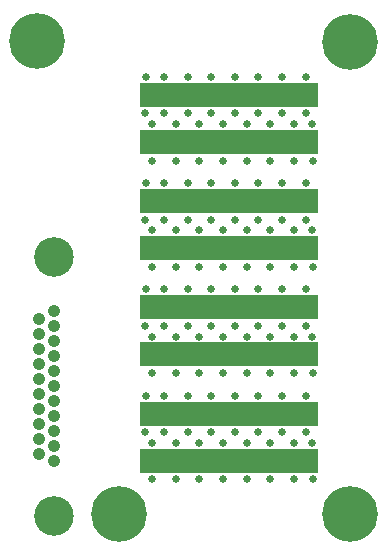
<source format=gts>
G04 Layer_Color=8388736*
%FSLAX25Y25*%
%MOIN*%
G70*
G01*
G75*
%ADD30R,0.59655X0.08474*%
%ADD31C,0.18600*%
%ADD32C,0.04100*%
%ADD33C,0.13198*%
%ADD34C,0.02600*%
D30*
X570766Y161753D02*
D03*
Y177501D02*
D03*
Y197186D02*
D03*
Y212934D02*
D03*
Y232619D02*
D03*
Y248367D02*
D03*
Y268052D02*
D03*
Y283800D02*
D03*
D31*
X534206Y144057D02*
D03*
X506830Y301565D02*
D03*
X611236Y144057D02*
D03*
Y301496D02*
D03*
D32*
X512299Y211553D02*
D03*
X507299Y164053D02*
D03*
Y169053D02*
D03*
Y174053D02*
D03*
Y179053D02*
D03*
Y184053D02*
D03*
Y189053D02*
D03*
Y194053D02*
D03*
Y199053D02*
D03*
Y204053D02*
D03*
Y209053D02*
D03*
X512299Y206553D02*
D03*
Y201553D02*
D03*
Y196553D02*
D03*
Y191553D02*
D03*
Y186553D02*
D03*
Y181553D02*
D03*
Y176553D02*
D03*
Y171553D02*
D03*
Y166553D02*
D03*
Y161553D02*
D03*
D33*
Y143303D02*
D03*
Y229803D02*
D03*
D34*
X545166Y274043D02*
D03*
X598552Y274045D02*
D03*
Y238612D02*
D03*
Y203179D02*
D03*
Y167746D02*
D03*
X542962Y183494D02*
D03*
Y218927D02*
D03*
Y254360D02*
D03*
Y289793D02*
D03*
X598621Y155545D02*
D03*
Y190978D02*
D03*
Y226411D02*
D03*
Y261844D02*
D03*
X542892Y171293D02*
D03*
Y206726D02*
D03*
Y242160D02*
D03*
Y277592D02*
D03*
X553040Y274043D02*
D03*
X560914D02*
D03*
X568788D02*
D03*
X576662D02*
D03*
X584536D02*
D03*
X592410D02*
D03*
Y203176D02*
D03*
X584536D02*
D03*
X576662D02*
D03*
X568788D02*
D03*
X560914D02*
D03*
X553040D02*
D03*
X545166D02*
D03*
X592410Y238609D02*
D03*
X584536D02*
D03*
X576662D02*
D03*
X568788D02*
D03*
X560914D02*
D03*
X553040D02*
D03*
X545166D02*
D03*
X592410Y167743D02*
D03*
X584536D02*
D03*
X576662D02*
D03*
X568788D02*
D03*
X560914D02*
D03*
X553040D02*
D03*
X545166D02*
D03*
X553040Y155543D02*
D03*
X560914D02*
D03*
X568788D02*
D03*
X576662D02*
D03*
X584536D02*
D03*
X592410D02*
D03*
X545166D02*
D03*
X553040Y261842D02*
D03*
X560914D02*
D03*
X568788D02*
D03*
X576662D02*
D03*
X584536D02*
D03*
X592410D02*
D03*
X545166D02*
D03*
X549103Y277590D02*
D03*
X596347Y289791D02*
D03*
X588473D02*
D03*
X580599D02*
D03*
X572725D02*
D03*
X564851D02*
D03*
X556977D02*
D03*
X549103D02*
D03*
X596347Y277590D02*
D03*
X588473D02*
D03*
X580599D02*
D03*
X572725D02*
D03*
X564851D02*
D03*
X556977D02*
D03*
X553040Y226409D02*
D03*
X560914D02*
D03*
X568788D02*
D03*
X576662D02*
D03*
X584536D02*
D03*
X592410D02*
D03*
X545166D02*
D03*
X549103Y242158D02*
D03*
X596347Y254358D02*
D03*
X588473D02*
D03*
X580599D02*
D03*
X572725D02*
D03*
X564851D02*
D03*
X556977D02*
D03*
X549103D02*
D03*
X596347Y242158D02*
D03*
X588473D02*
D03*
X580599D02*
D03*
X572725D02*
D03*
X564851D02*
D03*
X556977D02*
D03*
X553040Y190976D02*
D03*
X560914D02*
D03*
X568788D02*
D03*
X576662D02*
D03*
X584536D02*
D03*
X592410D02*
D03*
X545166D02*
D03*
X549103Y206724D02*
D03*
X596347Y218924D02*
D03*
X588473D02*
D03*
X580599D02*
D03*
X572725D02*
D03*
X564851D02*
D03*
X556977D02*
D03*
X549103D02*
D03*
X596347Y206724D02*
D03*
X588473D02*
D03*
X580599D02*
D03*
X572725D02*
D03*
X564851D02*
D03*
X556977D02*
D03*
Y171291D02*
D03*
X564851D02*
D03*
X572725D02*
D03*
X580599D02*
D03*
X588473D02*
D03*
X596347D02*
D03*
X549103Y183491D02*
D03*
X556977D02*
D03*
X564851D02*
D03*
X572725D02*
D03*
X580599D02*
D03*
X588473D02*
D03*
X596347D02*
D03*
X549103Y171291D02*
D03*
M02*

</source>
